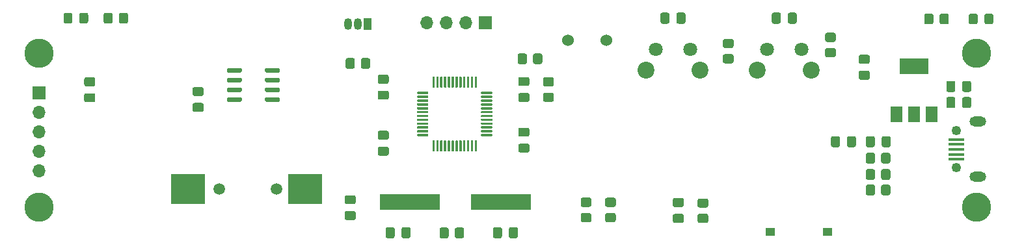
<source format=gts>
%TF.GenerationSoftware,KiCad,Pcbnew,(5.1.9)-1*%
%TF.CreationDate,2020-12-28T18:37:18+08:00*%
%TF.ProjectId,kaika_clock_main,6b61696b-615f-4636-9c6f-636b5f6d6169,rev?*%
%TF.SameCoordinates,Original*%
%TF.FileFunction,Soldermask,Top*%
%TF.FilePolarity,Negative*%
%FSLAX46Y46*%
G04 Gerber Fmt 4.6, Leading zero omitted, Abs format (unit mm)*
G04 Created by KiCad (PCBNEW (5.1.9)-1) date 2020-12-28 18:37:18*
%MOMM*%
%LPD*%
G01*
G04 APERTURE LIST*
%ADD10C,1.799996*%
%ADD11C,2.199996*%
%ADD12R,1.050000X1.500000*%
%ADD13O,1.050000X1.500000*%
%ADD14C,1.250010*%
%ADD15O,2.199996X1.299997*%
%ADD16R,1.999996X0.450012*%
%ADD17C,1.524000*%
%ADD18C,3.800000*%
%ADD19R,1.199998X0.999998*%
%ADD20R,4.499991X3.999992*%
%ADD21C,1.500022*%
%ADD22R,1.500000X2.000000*%
%ADD23R,3.800000X2.000000*%
%ADD24R,7.875000X2.000000*%
%ADD25O,1.700000X1.700000*%
%ADD26R,1.700000X1.700000*%
G04 APERTURE END LIST*
%TO.C,R13*%
G36*
G01*
X211800000Y-123349999D02*
X211800000Y-124250001D01*
G75*
G02*
X211550001Y-124500000I-249999J0D01*
G01*
X210849999Y-124500000D01*
G75*
G02*
X210600000Y-124250001I0J249999D01*
G01*
X210600000Y-123349999D01*
G75*
G02*
X210849999Y-123100000I249999J0D01*
G01*
X211550001Y-123100000D01*
G75*
G02*
X211800000Y-123349999I0J-249999D01*
G01*
G37*
G36*
G01*
X213800000Y-123349999D02*
X213800000Y-124250001D01*
G75*
G02*
X213550001Y-124500000I-249999J0D01*
G01*
X212849999Y-124500000D01*
G75*
G02*
X212600000Y-124250001I0J249999D01*
G01*
X212600000Y-123349999D01*
G75*
G02*
X212849999Y-123100000I249999J0D01*
G01*
X213550001Y-123100000D01*
G75*
G02*
X213800000Y-123349999I0J-249999D01*
G01*
G37*
%TD*%
D10*
%TO.C,SW1*%
X202250084Y-105450092D03*
X197749966Y-105450092D03*
D11*
X203500018Y-108150112D03*
X196500032Y-108150112D03*
%TD*%
%TO.C,C17*%
G36*
G01*
X143975000Y-125650000D02*
X143025000Y-125650000D01*
G75*
G02*
X142775000Y-125400000I0J250000D01*
G01*
X142775000Y-124725000D01*
G75*
G02*
X143025000Y-124475000I250000J0D01*
G01*
X143975000Y-124475000D01*
G75*
G02*
X144225000Y-124725000I0J-250000D01*
G01*
X144225000Y-125400000D01*
G75*
G02*
X143975000Y-125650000I-250000J0D01*
G01*
G37*
G36*
G01*
X143975000Y-127725000D02*
X143025000Y-127725000D01*
G75*
G02*
X142775000Y-127475000I0J250000D01*
G01*
X142775000Y-126800000D01*
G75*
G02*
X143025000Y-126550000I250000J0D01*
G01*
X143975000Y-126550000D01*
G75*
G02*
X144225000Y-126800000I0J-250000D01*
G01*
X144225000Y-127475000D01*
G75*
G02*
X143975000Y-127725000I-250000J0D01*
G01*
G37*
%TD*%
%TO.C,C16*%
G36*
G01*
X123225000Y-112450000D02*
X124175000Y-112450000D01*
G75*
G02*
X124425000Y-112700000I0J-250000D01*
G01*
X124425000Y-113375000D01*
G75*
G02*
X124175000Y-113625000I-250000J0D01*
G01*
X123225000Y-113625000D01*
G75*
G02*
X122975000Y-113375000I0J250000D01*
G01*
X122975000Y-112700000D01*
G75*
G02*
X123225000Y-112450000I250000J0D01*
G01*
G37*
G36*
G01*
X123225000Y-110375000D02*
X124175000Y-110375000D01*
G75*
G02*
X124425000Y-110625000I0J-250000D01*
G01*
X124425000Y-111300000D01*
G75*
G02*
X124175000Y-111550000I-250000J0D01*
G01*
X123225000Y-111550000D01*
G75*
G02*
X122975000Y-111300000I0J250000D01*
G01*
X122975000Y-110625000D01*
G75*
G02*
X123225000Y-110375000I250000J0D01*
G01*
G37*
%TD*%
D12*
%TO.C,U6*%
X145800000Y-102200000D03*
D13*
X143260000Y-102200000D03*
X144530000Y-102200000D03*
%TD*%
D14*
%TO.C,P1*%
X222407318Y-116069220D03*
X222407318Y-120910460D03*
D15*
X225207414Y-122099942D03*
X225207414Y-114900058D03*
D16*
X222392586Y-119810386D03*
X222392586Y-119160400D03*
X222392586Y-118510414D03*
X222392586Y-117860428D03*
X222392586Y-117210442D03*
%TD*%
%TO.C,C1*%
G36*
G01*
X223150000Y-110775000D02*
X223150000Y-109825000D01*
G75*
G02*
X223400000Y-109575000I250000J0D01*
G01*
X224075000Y-109575000D01*
G75*
G02*
X224325000Y-109825000I0J-250000D01*
G01*
X224325000Y-110775000D01*
G75*
G02*
X224075000Y-111025000I-250000J0D01*
G01*
X223400000Y-111025000D01*
G75*
G02*
X223150000Y-110775000I0J250000D01*
G01*
G37*
G36*
G01*
X221075000Y-110775000D02*
X221075000Y-109825000D01*
G75*
G02*
X221325000Y-109575000I250000J0D01*
G01*
X222000000Y-109575000D01*
G75*
G02*
X222250000Y-109825000I0J-250000D01*
G01*
X222250000Y-110775000D01*
G75*
G02*
X222000000Y-111025000I-250000J0D01*
G01*
X221325000Y-111025000D01*
G75*
G02*
X221075000Y-110775000I0J250000D01*
G01*
G37*
%TD*%
%TO.C,D2*%
G36*
G01*
X108250000Y-101850001D02*
X108250000Y-100949999D01*
G75*
G02*
X108499999Y-100700000I249999J0D01*
G01*
X109150001Y-100700000D01*
G75*
G02*
X109400000Y-100949999I0J-249999D01*
G01*
X109400000Y-101850001D01*
G75*
G02*
X109150001Y-102100000I-249999J0D01*
G01*
X108499999Y-102100000D01*
G75*
G02*
X108250000Y-101850001I0J249999D01*
G01*
G37*
G36*
G01*
X106200000Y-101850001D02*
X106200000Y-100949999D01*
G75*
G02*
X106449999Y-100700000I249999J0D01*
G01*
X107100001Y-100700000D01*
G75*
G02*
X107350000Y-100949999I0J-249999D01*
G01*
X107350000Y-101850001D01*
G75*
G02*
X107100001Y-102100000I-249999J0D01*
G01*
X106449999Y-102100000D01*
G75*
G02*
X106200000Y-101850001I0J249999D01*
G01*
G37*
%TD*%
%TO.C,R15*%
G36*
G01*
X113400000Y-101850001D02*
X113400000Y-100949999D01*
G75*
G02*
X113649999Y-100700000I249999J0D01*
G01*
X114350001Y-100700000D01*
G75*
G02*
X114600000Y-100949999I0J-249999D01*
G01*
X114600000Y-101850001D01*
G75*
G02*
X114350001Y-102100000I-249999J0D01*
G01*
X113649999Y-102100000D01*
G75*
G02*
X113400000Y-101850001I0J249999D01*
G01*
G37*
G36*
G01*
X111400000Y-101850001D02*
X111400000Y-100949999D01*
G75*
G02*
X111649999Y-100700000I249999J0D01*
G01*
X112350001Y-100700000D01*
G75*
G02*
X112600000Y-100949999I0J-249999D01*
G01*
X112600000Y-101850001D01*
G75*
G02*
X112350001Y-102100000I-249999J0D01*
G01*
X111649999Y-102100000D01*
G75*
G02*
X111400000Y-101850001I0J249999D01*
G01*
G37*
%TD*%
%TO.C,R14*%
G36*
G01*
X211800000Y-121325683D02*
X211800000Y-122225685D01*
G75*
G02*
X211550001Y-122475684I-249999J0D01*
G01*
X210849999Y-122475684D01*
G75*
G02*
X210600000Y-122225685I0J249999D01*
G01*
X210600000Y-121325683D01*
G75*
G02*
X210849999Y-121075684I249999J0D01*
G01*
X211550001Y-121075684D01*
G75*
G02*
X211800000Y-121325683I0J-249999D01*
G01*
G37*
G36*
G01*
X213800000Y-121325683D02*
X213800000Y-122225685D01*
G75*
G02*
X213550001Y-122475684I-249999J0D01*
G01*
X212849999Y-122475684D01*
G75*
G02*
X212600000Y-122225685I0J249999D01*
G01*
X212600000Y-121325683D01*
G75*
G02*
X212849999Y-121075684I249999J0D01*
G01*
X213550001Y-121075684D01*
G75*
G02*
X213800000Y-121325683I0J-249999D01*
G01*
G37*
%TD*%
%TO.C,R12*%
G36*
G01*
X211800000Y-119201369D02*
X211800000Y-120101371D01*
G75*
G02*
X211550001Y-120351370I-249999J0D01*
G01*
X210849999Y-120351370D01*
G75*
G02*
X210600000Y-120101371I0J249999D01*
G01*
X210600000Y-119201369D01*
G75*
G02*
X210849999Y-118951370I249999J0D01*
G01*
X211550001Y-118951370D01*
G75*
G02*
X211800000Y-119201369I0J-249999D01*
G01*
G37*
G36*
G01*
X213800000Y-119201369D02*
X213800000Y-120101371D01*
G75*
G02*
X213550001Y-120351370I-249999J0D01*
G01*
X212849999Y-120351370D01*
G75*
G02*
X212600000Y-120101371I0J249999D01*
G01*
X212600000Y-119201369D01*
G75*
G02*
X212849999Y-118951370I249999J0D01*
G01*
X213550001Y-118951370D01*
G75*
G02*
X213800000Y-119201369I0J-249999D01*
G01*
G37*
%TD*%
D17*
%TO.C,R6*%
X176800122Y-104300000D03*
X171800132Y-104300000D03*
%TD*%
%TO.C,R10*%
G36*
G01*
X205549999Y-105300000D02*
X206450001Y-105300000D01*
G75*
G02*
X206700000Y-105549999I0J-249999D01*
G01*
X206700000Y-106250001D01*
G75*
G02*
X206450001Y-106500000I-249999J0D01*
G01*
X205549999Y-106500000D01*
G75*
G02*
X205300000Y-106250001I0J249999D01*
G01*
X205300000Y-105549999D01*
G75*
G02*
X205549999Y-105300000I249999J0D01*
G01*
G37*
G36*
G01*
X205549999Y-103300000D02*
X206450001Y-103300000D01*
G75*
G02*
X206700000Y-103549999I0J-249999D01*
G01*
X206700000Y-104250001D01*
G75*
G02*
X206450001Y-104500000I-249999J0D01*
G01*
X205549999Y-104500000D01*
G75*
G02*
X205300000Y-104250001I0J249999D01*
G01*
X205300000Y-103549999D01*
G75*
G02*
X205549999Y-103300000I249999J0D01*
G01*
G37*
%TD*%
%TO.C,R11*%
G36*
G01*
X192249999Y-106100000D02*
X193150001Y-106100000D01*
G75*
G02*
X193400000Y-106349999I0J-249999D01*
G01*
X193400000Y-107050001D01*
G75*
G02*
X193150001Y-107300000I-249999J0D01*
G01*
X192249999Y-107300000D01*
G75*
G02*
X192000000Y-107050001I0J249999D01*
G01*
X192000000Y-106349999D01*
G75*
G02*
X192249999Y-106100000I249999J0D01*
G01*
G37*
G36*
G01*
X192249999Y-104100000D02*
X193150001Y-104100000D01*
G75*
G02*
X193400000Y-104349999I0J-249999D01*
G01*
X193400000Y-105050001D01*
G75*
G02*
X193150001Y-105300000I-249999J0D01*
G01*
X192249999Y-105300000D01*
G75*
G02*
X192000000Y-105050001I0J249999D01*
G01*
X192000000Y-104349999D01*
G75*
G02*
X192249999Y-104100000I249999J0D01*
G01*
G37*
%TD*%
%TO.C,C15*%
G36*
G01*
X185950000Y-101875000D02*
X185950000Y-100925000D01*
G75*
G02*
X186200000Y-100675000I250000J0D01*
G01*
X186875000Y-100675000D01*
G75*
G02*
X187125000Y-100925000I0J-250000D01*
G01*
X187125000Y-101875000D01*
G75*
G02*
X186875000Y-102125000I-250000J0D01*
G01*
X186200000Y-102125000D01*
G75*
G02*
X185950000Y-101875000I0J250000D01*
G01*
G37*
G36*
G01*
X183875000Y-101875000D02*
X183875000Y-100925000D01*
G75*
G02*
X184125000Y-100675000I250000J0D01*
G01*
X184800000Y-100675000D01*
G75*
G02*
X185050000Y-100925000I0J-250000D01*
G01*
X185050000Y-101875000D01*
G75*
G02*
X184800000Y-102125000I-250000J0D01*
G01*
X184125000Y-102125000D01*
G75*
G02*
X183875000Y-101875000I0J250000D01*
G01*
G37*
%TD*%
%TO.C,C14*%
G36*
G01*
X200450000Y-101875000D02*
X200450000Y-100925000D01*
G75*
G02*
X200700000Y-100675000I250000J0D01*
G01*
X201375000Y-100675000D01*
G75*
G02*
X201625000Y-100925000I0J-250000D01*
G01*
X201625000Y-101875000D01*
G75*
G02*
X201375000Y-102125000I-250000J0D01*
G01*
X200700000Y-102125000D01*
G75*
G02*
X200450000Y-101875000I0J250000D01*
G01*
G37*
G36*
G01*
X198375000Y-101875000D02*
X198375000Y-100925000D01*
G75*
G02*
X198625000Y-100675000I250000J0D01*
G01*
X199300000Y-100675000D01*
G75*
G02*
X199550000Y-100925000I0J-250000D01*
G01*
X199550000Y-101875000D01*
G75*
G02*
X199300000Y-102125000I-250000J0D01*
G01*
X198625000Y-102125000D01*
G75*
G02*
X198375000Y-101875000I0J250000D01*
G01*
G37*
%TD*%
%TO.C,R9*%
G36*
G01*
X166500000Y-106249999D02*
X166500000Y-107150001D01*
G75*
G02*
X166250001Y-107400000I-249999J0D01*
G01*
X165549999Y-107400000D01*
G75*
G02*
X165300000Y-107150001I0J249999D01*
G01*
X165300000Y-106249999D01*
G75*
G02*
X165549999Y-106000000I249999J0D01*
G01*
X166250001Y-106000000D01*
G75*
G02*
X166500000Y-106249999I0J-249999D01*
G01*
G37*
G36*
G01*
X168500000Y-106249999D02*
X168500000Y-107150001D01*
G75*
G02*
X168250001Y-107400000I-249999J0D01*
G01*
X167549999Y-107400000D01*
G75*
G02*
X167300000Y-107150001I0J249999D01*
G01*
X167300000Y-106249999D01*
G75*
G02*
X167549999Y-106000000I249999J0D01*
G01*
X168250001Y-106000000D01*
G75*
G02*
X168500000Y-106249999I0J-249999D01*
G01*
G37*
%TD*%
%TO.C,R8*%
G36*
G01*
X144100000Y-106849999D02*
X144100000Y-107750001D01*
G75*
G02*
X143850001Y-108000000I-249999J0D01*
G01*
X143149999Y-108000000D01*
G75*
G02*
X142900000Y-107750001I0J249999D01*
G01*
X142900000Y-106849999D01*
G75*
G02*
X143149999Y-106600000I249999J0D01*
G01*
X143850001Y-106600000D01*
G75*
G02*
X144100000Y-106849999I0J-249999D01*
G01*
G37*
G36*
G01*
X146100000Y-106849999D02*
X146100000Y-107750001D01*
G75*
G02*
X145850001Y-108000000I-249999J0D01*
G01*
X145149999Y-108000000D01*
G75*
G02*
X144900000Y-107750001I0J249999D01*
G01*
X144900000Y-106849999D01*
G75*
G02*
X145149999Y-106600000I249999J0D01*
G01*
X145850001Y-106600000D01*
G75*
G02*
X146100000Y-106849999I0J-249999D01*
G01*
G37*
%TD*%
%TO.C,R7*%
G36*
G01*
X168849999Y-111100000D02*
X169750001Y-111100000D01*
G75*
G02*
X170000000Y-111349999I0J-249999D01*
G01*
X170000000Y-112050001D01*
G75*
G02*
X169750001Y-112300000I-249999J0D01*
G01*
X168849999Y-112300000D01*
G75*
G02*
X168600000Y-112050001I0J249999D01*
G01*
X168600000Y-111349999D01*
G75*
G02*
X168849999Y-111100000I249999J0D01*
G01*
G37*
G36*
G01*
X168849999Y-109100000D02*
X169750001Y-109100000D01*
G75*
G02*
X170000000Y-109349999I0J-249999D01*
G01*
X170000000Y-110050001D01*
G75*
G02*
X169750001Y-110300000I-249999J0D01*
G01*
X168849999Y-110300000D01*
G75*
G02*
X168600000Y-110050001I0J249999D01*
G01*
X168600000Y-109349999D01*
G75*
G02*
X168849999Y-109100000I249999J0D01*
G01*
G37*
%TD*%
D18*
%TO.C,H4*%
X103000000Y-126000000D03*
%TD*%
%TO.C,H3*%
X225000000Y-126000000D03*
%TD*%
%TO.C,H2*%
X225000000Y-106000000D03*
%TD*%
%TO.C,H1*%
X103000000Y-106000000D03*
%TD*%
D10*
%TO.C,SW3*%
X187750084Y-105450092D03*
X183249966Y-105450092D03*
D11*
X189000018Y-108150112D03*
X182000032Y-108150112D03*
%TD*%
D19*
%TO.C,SW2*%
X205600018Y-129300000D03*
X198199982Y-129300000D03*
%TD*%
D20*
%TO.C,U5*%
X137620000Y-123700000D03*
X122380000Y-123700000D03*
D21*
X133911600Y-123700000D03*
X126418600Y-123700000D03*
%TD*%
%TO.C,C13*%
G36*
G01*
X209925000Y-108250000D02*
X210875000Y-108250000D01*
G75*
G02*
X211125000Y-108500000I0J-250000D01*
G01*
X211125000Y-109175000D01*
G75*
G02*
X210875000Y-109425000I-250000J0D01*
G01*
X209925000Y-109425000D01*
G75*
G02*
X209675000Y-109175000I0J250000D01*
G01*
X209675000Y-108500000D01*
G75*
G02*
X209925000Y-108250000I250000J0D01*
G01*
G37*
G36*
G01*
X209925000Y-106175000D02*
X210875000Y-106175000D01*
G75*
G02*
X211125000Y-106425000I0J-250000D01*
G01*
X211125000Y-107100000D01*
G75*
G02*
X210875000Y-107350000I-250000J0D01*
G01*
X209925000Y-107350000D01*
G75*
G02*
X209675000Y-107100000I0J250000D01*
G01*
X209675000Y-106425000D01*
G75*
G02*
X209925000Y-106175000I250000J0D01*
G01*
G37*
%TD*%
%TO.C,U2*%
G36*
G01*
X153600000Y-116800000D02*
X152275000Y-116800000D01*
G75*
G02*
X152200000Y-116725000I0J75000D01*
G01*
X152200000Y-116575000D01*
G75*
G02*
X152275000Y-116500000I75000J0D01*
G01*
X153600000Y-116500000D01*
G75*
G02*
X153675000Y-116575000I0J-75000D01*
G01*
X153675000Y-116725000D01*
G75*
G02*
X153600000Y-116800000I-75000J0D01*
G01*
G37*
G36*
G01*
X153600000Y-116300000D02*
X152275000Y-116300000D01*
G75*
G02*
X152200000Y-116225000I0J75000D01*
G01*
X152200000Y-116075000D01*
G75*
G02*
X152275000Y-116000000I75000J0D01*
G01*
X153600000Y-116000000D01*
G75*
G02*
X153675000Y-116075000I0J-75000D01*
G01*
X153675000Y-116225000D01*
G75*
G02*
X153600000Y-116300000I-75000J0D01*
G01*
G37*
G36*
G01*
X153600000Y-115800000D02*
X152275000Y-115800000D01*
G75*
G02*
X152200000Y-115725000I0J75000D01*
G01*
X152200000Y-115575000D01*
G75*
G02*
X152275000Y-115500000I75000J0D01*
G01*
X153600000Y-115500000D01*
G75*
G02*
X153675000Y-115575000I0J-75000D01*
G01*
X153675000Y-115725000D01*
G75*
G02*
X153600000Y-115800000I-75000J0D01*
G01*
G37*
G36*
G01*
X153600000Y-115300000D02*
X152275000Y-115300000D01*
G75*
G02*
X152200000Y-115225000I0J75000D01*
G01*
X152200000Y-115075000D01*
G75*
G02*
X152275000Y-115000000I75000J0D01*
G01*
X153600000Y-115000000D01*
G75*
G02*
X153675000Y-115075000I0J-75000D01*
G01*
X153675000Y-115225000D01*
G75*
G02*
X153600000Y-115300000I-75000J0D01*
G01*
G37*
G36*
G01*
X153600000Y-114800000D02*
X152275000Y-114800000D01*
G75*
G02*
X152200000Y-114725000I0J75000D01*
G01*
X152200000Y-114575000D01*
G75*
G02*
X152275000Y-114500000I75000J0D01*
G01*
X153600000Y-114500000D01*
G75*
G02*
X153675000Y-114575000I0J-75000D01*
G01*
X153675000Y-114725000D01*
G75*
G02*
X153600000Y-114800000I-75000J0D01*
G01*
G37*
G36*
G01*
X153600000Y-114300000D02*
X152275000Y-114300000D01*
G75*
G02*
X152200000Y-114225000I0J75000D01*
G01*
X152200000Y-114075000D01*
G75*
G02*
X152275000Y-114000000I75000J0D01*
G01*
X153600000Y-114000000D01*
G75*
G02*
X153675000Y-114075000I0J-75000D01*
G01*
X153675000Y-114225000D01*
G75*
G02*
X153600000Y-114300000I-75000J0D01*
G01*
G37*
G36*
G01*
X153600000Y-113800000D02*
X152275000Y-113800000D01*
G75*
G02*
X152200000Y-113725000I0J75000D01*
G01*
X152200000Y-113575000D01*
G75*
G02*
X152275000Y-113500000I75000J0D01*
G01*
X153600000Y-113500000D01*
G75*
G02*
X153675000Y-113575000I0J-75000D01*
G01*
X153675000Y-113725000D01*
G75*
G02*
X153600000Y-113800000I-75000J0D01*
G01*
G37*
G36*
G01*
X153600000Y-113300000D02*
X152275000Y-113300000D01*
G75*
G02*
X152200000Y-113225000I0J75000D01*
G01*
X152200000Y-113075000D01*
G75*
G02*
X152275000Y-113000000I75000J0D01*
G01*
X153600000Y-113000000D01*
G75*
G02*
X153675000Y-113075000I0J-75000D01*
G01*
X153675000Y-113225000D01*
G75*
G02*
X153600000Y-113300000I-75000J0D01*
G01*
G37*
G36*
G01*
X153600000Y-112800000D02*
X152275000Y-112800000D01*
G75*
G02*
X152200000Y-112725000I0J75000D01*
G01*
X152200000Y-112575000D01*
G75*
G02*
X152275000Y-112500000I75000J0D01*
G01*
X153600000Y-112500000D01*
G75*
G02*
X153675000Y-112575000I0J-75000D01*
G01*
X153675000Y-112725000D01*
G75*
G02*
X153600000Y-112800000I-75000J0D01*
G01*
G37*
G36*
G01*
X153600000Y-112300000D02*
X152275000Y-112300000D01*
G75*
G02*
X152200000Y-112225000I0J75000D01*
G01*
X152200000Y-112075000D01*
G75*
G02*
X152275000Y-112000000I75000J0D01*
G01*
X153600000Y-112000000D01*
G75*
G02*
X153675000Y-112075000I0J-75000D01*
G01*
X153675000Y-112225000D01*
G75*
G02*
X153600000Y-112300000I-75000J0D01*
G01*
G37*
G36*
G01*
X153600000Y-111800000D02*
X152275000Y-111800000D01*
G75*
G02*
X152200000Y-111725000I0J75000D01*
G01*
X152200000Y-111575000D01*
G75*
G02*
X152275000Y-111500000I75000J0D01*
G01*
X153600000Y-111500000D01*
G75*
G02*
X153675000Y-111575000I0J-75000D01*
G01*
X153675000Y-111725000D01*
G75*
G02*
X153600000Y-111800000I-75000J0D01*
G01*
G37*
G36*
G01*
X153600000Y-111300000D02*
X152275000Y-111300000D01*
G75*
G02*
X152200000Y-111225000I0J75000D01*
G01*
X152200000Y-111075000D01*
G75*
G02*
X152275000Y-111000000I75000J0D01*
G01*
X153600000Y-111000000D01*
G75*
G02*
X153675000Y-111075000I0J-75000D01*
G01*
X153675000Y-111225000D01*
G75*
G02*
X153600000Y-111300000I-75000J0D01*
G01*
G37*
G36*
G01*
X154425000Y-110475000D02*
X154275000Y-110475000D01*
G75*
G02*
X154200000Y-110400000I0J75000D01*
G01*
X154200000Y-109075000D01*
G75*
G02*
X154275000Y-109000000I75000J0D01*
G01*
X154425000Y-109000000D01*
G75*
G02*
X154500000Y-109075000I0J-75000D01*
G01*
X154500000Y-110400000D01*
G75*
G02*
X154425000Y-110475000I-75000J0D01*
G01*
G37*
G36*
G01*
X154925000Y-110475000D02*
X154775000Y-110475000D01*
G75*
G02*
X154700000Y-110400000I0J75000D01*
G01*
X154700000Y-109075000D01*
G75*
G02*
X154775000Y-109000000I75000J0D01*
G01*
X154925000Y-109000000D01*
G75*
G02*
X155000000Y-109075000I0J-75000D01*
G01*
X155000000Y-110400000D01*
G75*
G02*
X154925000Y-110475000I-75000J0D01*
G01*
G37*
G36*
G01*
X155425000Y-110475000D02*
X155275000Y-110475000D01*
G75*
G02*
X155200000Y-110400000I0J75000D01*
G01*
X155200000Y-109075000D01*
G75*
G02*
X155275000Y-109000000I75000J0D01*
G01*
X155425000Y-109000000D01*
G75*
G02*
X155500000Y-109075000I0J-75000D01*
G01*
X155500000Y-110400000D01*
G75*
G02*
X155425000Y-110475000I-75000J0D01*
G01*
G37*
G36*
G01*
X155925000Y-110475000D02*
X155775000Y-110475000D01*
G75*
G02*
X155700000Y-110400000I0J75000D01*
G01*
X155700000Y-109075000D01*
G75*
G02*
X155775000Y-109000000I75000J0D01*
G01*
X155925000Y-109000000D01*
G75*
G02*
X156000000Y-109075000I0J-75000D01*
G01*
X156000000Y-110400000D01*
G75*
G02*
X155925000Y-110475000I-75000J0D01*
G01*
G37*
G36*
G01*
X156425000Y-110475000D02*
X156275000Y-110475000D01*
G75*
G02*
X156200000Y-110400000I0J75000D01*
G01*
X156200000Y-109075000D01*
G75*
G02*
X156275000Y-109000000I75000J0D01*
G01*
X156425000Y-109000000D01*
G75*
G02*
X156500000Y-109075000I0J-75000D01*
G01*
X156500000Y-110400000D01*
G75*
G02*
X156425000Y-110475000I-75000J0D01*
G01*
G37*
G36*
G01*
X156925000Y-110475000D02*
X156775000Y-110475000D01*
G75*
G02*
X156700000Y-110400000I0J75000D01*
G01*
X156700000Y-109075000D01*
G75*
G02*
X156775000Y-109000000I75000J0D01*
G01*
X156925000Y-109000000D01*
G75*
G02*
X157000000Y-109075000I0J-75000D01*
G01*
X157000000Y-110400000D01*
G75*
G02*
X156925000Y-110475000I-75000J0D01*
G01*
G37*
G36*
G01*
X157425000Y-110475000D02*
X157275000Y-110475000D01*
G75*
G02*
X157200000Y-110400000I0J75000D01*
G01*
X157200000Y-109075000D01*
G75*
G02*
X157275000Y-109000000I75000J0D01*
G01*
X157425000Y-109000000D01*
G75*
G02*
X157500000Y-109075000I0J-75000D01*
G01*
X157500000Y-110400000D01*
G75*
G02*
X157425000Y-110475000I-75000J0D01*
G01*
G37*
G36*
G01*
X157925000Y-110475000D02*
X157775000Y-110475000D01*
G75*
G02*
X157700000Y-110400000I0J75000D01*
G01*
X157700000Y-109075000D01*
G75*
G02*
X157775000Y-109000000I75000J0D01*
G01*
X157925000Y-109000000D01*
G75*
G02*
X158000000Y-109075000I0J-75000D01*
G01*
X158000000Y-110400000D01*
G75*
G02*
X157925000Y-110475000I-75000J0D01*
G01*
G37*
G36*
G01*
X158425000Y-110475000D02*
X158275000Y-110475000D01*
G75*
G02*
X158200000Y-110400000I0J75000D01*
G01*
X158200000Y-109075000D01*
G75*
G02*
X158275000Y-109000000I75000J0D01*
G01*
X158425000Y-109000000D01*
G75*
G02*
X158500000Y-109075000I0J-75000D01*
G01*
X158500000Y-110400000D01*
G75*
G02*
X158425000Y-110475000I-75000J0D01*
G01*
G37*
G36*
G01*
X158925000Y-110475000D02*
X158775000Y-110475000D01*
G75*
G02*
X158700000Y-110400000I0J75000D01*
G01*
X158700000Y-109075000D01*
G75*
G02*
X158775000Y-109000000I75000J0D01*
G01*
X158925000Y-109000000D01*
G75*
G02*
X159000000Y-109075000I0J-75000D01*
G01*
X159000000Y-110400000D01*
G75*
G02*
X158925000Y-110475000I-75000J0D01*
G01*
G37*
G36*
G01*
X159425000Y-110475000D02*
X159275000Y-110475000D01*
G75*
G02*
X159200000Y-110400000I0J75000D01*
G01*
X159200000Y-109075000D01*
G75*
G02*
X159275000Y-109000000I75000J0D01*
G01*
X159425000Y-109000000D01*
G75*
G02*
X159500000Y-109075000I0J-75000D01*
G01*
X159500000Y-110400000D01*
G75*
G02*
X159425000Y-110475000I-75000J0D01*
G01*
G37*
G36*
G01*
X159925000Y-110475000D02*
X159775000Y-110475000D01*
G75*
G02*
X159700000Y-110400000I0J75000D01*
G01*
X159700000Y-109075000D01*
G75*
G02*
X159775000Y-109000000I75000J0D01*
G01*
X159925000Y-109000000D01*
G75*
G02*
X160000000Y-109075000I0J-75000D01*
G01*
X160000000Y-110400000D01*
G75*
G02*
X159925000Y-110475000I-75000J0D01*
G01*
G37*
G36*
G01*
X161925000Y-111300000D02*
X160600000Y-111300000D01*
G75*
G02*
X160525000Y-111225000I0J75000D01*
G01*
X160525000Y-111075000D01*
G75*
G02*
X160600000Y-111000000I75000J0D01*
G01*
X161925000Y-111000000D01*
G75*
G02*
X162000000Y-111075000I0J-75000D01*
G01*
X162000000Y-111225000D01*
G75*
G02*
X161925000Y-111300000I-75000J0D01*
G01*
G37*
G36*
G01*
X161925000Y-111800000D02*
X160600000Y-111800000D01*
G75*
G02*
X160525000Y-111725000I0J75000D01*
G01*
X160525000Y-111575000D01*
G75*
G02*
X160600000Y-111500000I75000J0D01*
G01*
X161925000Y-111500000D01*
G75*
G02*
X162000000Y-111575000I0J-75000D01*
G01*
X162000000Y-111725000D01*
G75*
G02*
X161925000Y-111800000I-75000J0D01*
G01*
G37*
G36*
G01*
X161925000Y-112300000D02*
X160600000Y-112300000D01*
G75*
G02*
X160525000Y-112225000I0J75000D01*
G01*
X160525000Y-112075000D01*
G75*
G02*
X160600000Y-112000000I75000J0D01*
G01*
X161925000Y-112000000D01*
G75*
G02*
X162000000Y-112075000I0J-75000D01*
G01*
X162000000Y-112225000D01*
G75*
G02*
X161925000Y-112300000I-75000J0D01*
G01*
G37*
G36*
G01*
X161925000Y-112800000D02*
X160600000Y-112800000D01*
G75*
G02*
X160525000Y-112725000I0J75000D01*
G01*
X160525000Y-112575000D01*
G75*
G02*
X160600000Y-112500000I75000J0D01*
G01*
X161925000Y-112500000D01*
G75*
G02*
X162000000Y-112575000I0J-75000D01*
G01*
X162000000Y-112725000D01*
G75*
G02*
X161925000Y-112800000I-75000J0D01*
G01*
G37*
G36*
G01*
X161925000Y-113300000D02*
X160600000Y-113300000D01*
G75*
G02*
X160525000Y-113225000I0J75000D01*
G01*
X160525000Y-113075000D01*
G75*
G02*
X160600000Y-113000000I75000J0D01*
G01*
X161925000Y-113000000D01*
G75*
G02*
X162000000Y-113075000I0J-75000D01*
G01*
X162000000Y-113225000D01*
G75*
G02*
X161925000Y-113300000I-75000J0D01*
G01*
G37*
G36*
G01*
X161925000Y-113800000D02*
X160600000Y-113800000D01*
G75*
G02*
X160525000Y-113725000I0J75000D01*
G01*
X160525000Y-113575000D01*
G75*
G02*
X160600000Y-113500000I75000J0D01*
G01*
X161925000Y-113500000D01*
G75*
G02*
X162000000Y-113575000I0J-75000D01*
G01*
X162000000Y-113725000D01*
G75*
G02*
X161925000Y-113800000I-75000J0D01*
G01*
G37*
G36*
G01*
X161925000Y-114300000D02*
X160600000Y-114300000D01*
G75*
G02*
X160525000Y-114225000I0J75000D01*
G01*
X160525000Y-114075000D01*
G75*
G02*
X160600000Y-114000000I75000J0D01*
G01*
X161925000Y-114000000D01*
G75*
G02*
X162000000Y-114075000I0J-75000D01*
G01*
X162000000Y-114225000D01*
G75*
G02*
X161925000Y-114300000I-75000J0D01*
G01*
G37*
G36*
G01*
X161925000Y-114800000D02*
X160600000Y-114800000D01*
G75*
G02*
X160525000Y-114725000I0J75000D01*
G01*
X160525000Y-114575000D01*
G75*
G02*
X160600000Y-114500000I75000J0D01*
G01*
X161925000Y-114500000D01*
G75*
G02*
X162000000Y-114575000I0J-75000D01*
G01*
X162000000Y-114725000D01*
G75*
G02*
X161925000Y-114800000I-75000J0D01*
G01*
G37*
G36*
G01*
X161925000Y-115300000D02*
X160600000Y-115300000D01*
G75*
G02*
X160525000Y-115225000I0J75000D01*
G01*
X160525000Y-115075000D01*
G75*
G02*
X160600000Y-115000000I75000J0D01*
G01*
X161925000Y-115000000D01*
G75*
G02*
X162000000Y-115075000I0J-75000D01*
G01*
X162000000Y-115225000D01*
G75*
G02*
X161925000Y-115300000I-75000J0D01*
G01*
G37*
G36*
G01*
X161925000Y-115800000D02*
X160600000Y-115800000D01*
G75*
G02*
X160525000Y-115725000I0J75000D01*
G01*
X160525000Y-115575000D01*
G75*
G02*
X160600000Y-115500000I75000J0D01*
G01*
X161925000Y-115500000D01*
G75*
G02*
X162000000Y-115575000I0J-75000D01*
G01*
X162000000Y-115725000D01*
G75*
G02*
X161925000Y-115800000I-75000J0D01*
G01*
G37*
G36*
G01*
X161925000Y-116300000D02*
X160600000Y-116300000D01*
G75*
G02*
X160525000Y-116225000I0J75000D01*
G01*
X160525000Y-116075000D01*
G75*
G02*
X160600000Y-116000000I75000J0D01*
G01*
X161925000Y-116000000D01*
G75*
G02*
X162000000Y-116075000I0J-75000D01*
G01*
X162000000Y-116225000D01*
G75*
G02*
X161925000Y-116300000I-75000J0D01*
G01*
G37*
G36*
G01*
X161925000Y-116800000D02*
X160600000Y-116800000D01*
G75*
G02*
X160525000Y-116725000I0J75000D01*
G01*
X160525000Y-116575000D01*
G75*
G02*
X160600000Y-116500000I75000J0D01*
G01*
X161925000Y-116500000D01*
G75*
G02*
X162000000Y-116575000I0J-75000D01*
G01*
X162000000Y-116725000D01*
G75*
G02*
X161925000Y-116800000I-75000J0D01*
G01*
G37*
G36*
G01*
X159925000Y-118800000D02*
X159775000Y-118800000D01*
G75*
G02*
X159700000Y-118725000I0J75000D01*
G01*
X159700000Y-117400000D01*
G75*
G02*
X159775000Y-117325000I75000J0D01*
G01*
X159925000Y-117325000D01*
G75*
G02*
X160000000Y-117400000I0J-75000D01*
G01*
X160000000Y-118725000D01*
G75*
G02*
X159925000Y-118800000I-75000J0D01*
G01*
G37*
G36*
G01*
X159425000Y-118800000D02*
X159275000Y-118800000D01*
G75*
G02*
X159200000Y-118725000I0J75000D01*
G01*
X159200000Y-117400000D01*
G75*
G02*
X159275000Y-117325000I75000J0D01*
G01*
X159425000Y-117325000D01*
G75*
G02*
X159500000Y-117400000I0J-75000D01*
G01*
X159500000Y-118725000D01*
G75*
G02*
X159425000Y-118800000I-75000J0D01*
G01*
G37*
G36*
G01*
X158925000Y-118800000D02*
X158775000Y-118800000D01*
G75*
G02*
X158700000Y-118725000I0J75000D01*
G01*
X158700000Y-117400000D01*
G75*
G02*
X158775000Y-117325000I75000J0D01*
G01*
X158925000Y-117325000D01*
G75*
G02*
X159000000Y-117400000I0J-75000D01*
G01*
X159000000Y-118725000D01*
G75*
G02*
X158925000Y-118800000I-75000J0D01*
G01*
G37*
G36*
G01*
X158425000Y-118800000D02*
X158275000Y-118800000D01*
G75*
G02*
X158200000Y-118725000I0J75000D01*
G01*
X158200000Y-117400000D01*
G75*
G02*
X158275000Y-117325000I75000J0D01*
G01*
X158425000Y-117325000D01*
G75*
G02*
X158500000Y-117400000I0J-75000D01*
G01*
X158500000Y-118725000D01*
G75*
G02*
X158425000Y-118800000I-75000J0D01*
G01*
G37*
G36*
G01*
X157925000Y-118800000D02*
X157775000Y-118800000D01*
G75*
G02*
X157700000Y-118725000I0J75000D01*
G01*
X157700000Y-117400000D01*
G75*
G02*
X157775000Y-117325000I75000J0D01*
G01*
X157925000Y-117325000D01*
G75*
G02*
X158000000Y-117400000I0J-75000D01*
G01*
X158000000Y-118725000D01*
G75*
G02*
X157925000Y-118800000I-75000J0D01*
G01*
G37*
G36*
G01*
X157425000Y-118800000D02*
X157275000Y-118800000D01*
G75*
G02*
X157200000Y-118725000I0J75000D01*
G01*
X157200000Y-117400000D01*
G75*
G02*
X157275000Y-117325000I75000J0D01*
G01*
X157425000Y-117325000D01*
G75*
G02*
X157500000Y-117400000I0J-75000D01*
G01*
X157500000Y-118725000D01*
G75*
G02*
X157425000Y-118800000I-75000J0D01*
G01*
G37*
G36*
G01*
X156925000Y-118800000D02*
X156775000Y-118800000D01*
G75*
G02*
X156700000Y-118725000I0J75000D01*
G01*
X156700000Y-117400000D01*
G75*
G02*
X156775000Y-117325000I75000J0D01*
G01*
X156925000Y-117325000D01*
G75*
G02*
X157000000Y-117400000I0J-75000D01*
G01*
X157000000Y-118725000D01*
G75*
G02*
X156925000Y-118800000I-75000J0D01*
G01*
G37*
G36*
G01*
X156425000Y-118800000D02*
X156275000Y-118800000D01*
G75*
G02*
X156200000Y-118725000I0J75000D01*
G01*
X156200000Y-117400000D01*
G75*
G02*
X156275000Y-117325000I75000J0D01*
G01*
X156425000Y-117325000D01*
G75*
G02*
X156500000Y-117400000I0J-75000D01*
G01*
X156500000Y-118725000D01*
G75*
G02*
X156425000Y-118800000I-75000J0D01*
G01*
G37*
G36*
G01*
X155925000Y-118800000D02*
X155775000Y-118800000D01*
G75*
G02*
X155700000Y-118725000I0J75000D01*
G01*
X155700000Y-117400000D01*
G75*
G02*
X155775000Y-117325000I75000J0D01*
G01*
X155925000Y-117325000D01*
G75*
G02*
X156000000Y-117400000I0J-75000D01*
G01*
X156000000Y-118725000D01*
G75*
G02*
X155925000Y-118800000I-75000J0D01*
G01*
G37*
G36*
G01*
X155425000Y-118800000D02*
X155275000Y-118800000D01*
G75*
G02*
X155200000Y-118725000I0J75000D01*
G01*
X155200000Y-117400000D01*
G75*
G02*
X155275000Y-117325000I75000J0D01*
G01*
X155425000Y-117325000D01*
G75*
G02*
X155500000Y-117400000I0J-75000D01*
G01*
X155500000Y-118725000D01*
G75*
G02*
X155425000Y-118800000I-75000J0D01*
G01*
G37*
G36*
G01*
X154925000Y-118800000D02*
X154775000Y-118800000D01*
G75*
G02*
X154700000Y-118725000I0J75000D01*
G01*
X154700000Y-117400000D01*
G75*
G02*
X154775000Y-117325000I75000J0D01*
G01*
X154925000Y-117325000D01*
G75*
G02*
X155000000Y-117400000I0J-75000D01*
G01*
X155000000Y-118725000D01*
G75*
G02*
X154925000Y-118800000I-75000J0D01*
G01*
G37*
G36*
G01*
X154425000Y-118800000D02*
X154275000Y-118800000D01*
G75*
G02*
X154200000Y-118725000I0J75000D01*
G01*
X154200000Y-117400000D01*
G75*
G02*
X154275000Y-117325000I75000J0D01*
G01*
X154425000Y-117325000D01*
G75*
G02*
X154500000Y-117400000I0J-75000D01*
G01*
X154500000Y-118725000D01*
G75*
G02*
X154425000Y-118800000I-75000J0D01*
G01*
G37*
%TD*%
D22*
%TO.C,U1*%
X214600000Y-113950000D03*
X219200000Y-113950000D03*
X216900000Y-113950000D03*
D23*
X216900000Y-107650000D03*
%TD*%
%TO.C,C9*%
G36*
G01*
X147325000Y-110850000D02*
X148275000Y-110850000D01*
G75*
G02*
X148525000Y-111100000I0J-250000D01*
G01*
X148525000Y-111775000D01*
G75*
G02*
X148275000Y-112025000I-250000J0D01*
G01*
X147325000Y-112025000D01*
G75*
G02*
X147075000Y-111775000I0J250000D01*
G01*
X147075000Y-111100000D01*
G75*
G02*
X147325000Y-110850000I250000J0D01*
G01*
G37*
G36*
G01*
X147325000Y-108775000D02*
X148275000Y-108775000D01*
G75*
G02*
X148525000Y-109025000I0J-250000D01*
G01*
X148525000Y-109700000D01*
G75*
G02*
X148275000Y-109950000I-250000J0D01*
G01*
X147325000Y-109950000D01*
G75*
G02*
X147075000Y-109700000I0J250000D01*
G01*
X147075000Y-109025000D01*
G75*
G02*
X147325000Y-108775000I250000J0D01*
G01*
G37*
%TD*%
%TO.C,C6*%
G36*
G01*
X213855000Y-117022056D02*
X213855000Y-117972056D01*
G75*
G02*
X213605000Y-118222056I-250000J0D01*
G01*
X212930000Y-118222056D01*
G75*
G02*
X212680000Y-117972056I0J250000D01*
G01*
X212680000Y-117022056D01*
G75*
G02*
X212930000Y-116772056I250000J0D01*
G01*
X213605000Y-116772056D01*
G75*
G02*
X213855000Y-117022056I0J-250000D01*
G01*
G37*
G36*
G01*
X211780000Y-117022056D02*
X211780000Y-117972056D01*
G75*
G02*
X211530000Y-118222056I-250000J0D01*
G01*
X210855000Y-118222056D01*
G75*
G02*
X210605000Y-117972056I0J250000D01*
G01*
X210605000Y-117022056D01*
G75*
G02*
X210855000Y-116772056I250000J0D01*
G01*
X211530000Y-116772056D01*
G75*
G02*
X211780000Y-117022056I0J-250000D01*
G01*
G37*
%TD*%
D24*
%TO.C,Y1*%
X151262500Y-125400000D03*
X163137500Y-125400000D03*
%TD*%
%TO.C,U3*%
G36*
G01*
X132400000Y-108345000D02*
X132400000Y-108045000D01*
G75*
G02*
X132550000Y-107895000I150000J0D01*
G01*
X134200000Y-107895000D01*
G75*
G02*
X134350000Y-108045000I0J-150000D01*
G01*
X134350000Y-108345000D01*
G75*
G02*
X134200000Y-108495000I-150000J0D01*
G01*
X132550000Y-108495000D01*
G75*
G02*
X132400000Y-108345000I0J150000D01*
G01*
G37*
G36*
G01*
X132400000Y-109615000D02*
X132400000Y-109315000D01*
G75*
G02*
X132550000Y-109165000I150000J0D01*
G01*
X134200000Y-109165000D01*
G75*
G02*
X134350000Y-109315000I0J-150000D01*
G01*
X134350000Y-109615000D01*
G75*
G02*
X134200000Y-109765000I-150000J0D01*
G01*
X132550000Y-109765000D01*
G75*
G02*
X132400000Y-109615000I0J150000D01*
G01*
G37*
G36*
G01*
X132400000Y-110885000D02*
X132400000Y-110585000D01*
G75*
G02*
X132550000Y-110435000I150000J0D01*
G01*
X134200000Y-110435000D01*
G75*
G02*
X134350000Y-110585000I0J-150000D01*
G01*
X134350000Y-110885000D01*
G75*
G02*
X134200000Y-111035000I-150000J0D01*
G01*
X132550000Y-111035000D01*
G75*
G02*
X132400000Y-110885000I0J150000D01*
G01*
G37*
G36*
G01*
X132400000Y-112155000D02*
X132400000Y-111855000D01*
G75*
G02*
X132550000Y-111705000I150000J0D01*
G01*
X134200000Y-111705000D01*
G75*
G02*
X134350000Y-111855000I0J-150000D01*
G01*
X134350000Y-112155000D01*
G75*
G02*
X134200000Y-112305000I-150000J0D01*
G01*
X132550000Y-112305000D01*
G75*
G02*
X132400000Y-112155000I0J150000D01*
G01*
G37*
G36*
G01*
X127450000Y-112155000D02*
X127450000Y-111855000D01*
G75*
G02*
X127600000Y-111705000I150000J0D01*
G01*
X129250000Y-111705000D01*
G75*
G02*
X129400000Y-111855000I0J-150000D01*
G01*
X129400000Y-112155000D01*
G75*
G02*
X129250000Y-112305000I-150000J0D01*
G01*
X127600000Y-112305000D01*
G75*
G02*
X127450000Y-112155000I0J150000D01*
G01*
G37*
G36*
G01*
X127450000Y-110885000D02*
X127450000Y-110585000D01*
G75*
G02*
X127600000Y-110435000I150000J0D01*
G01*
X129250000Y-110435000D01*
G75*
G02*
X129400000Y-110585000I0J-150000D01*
G01*
X129400000Y-110885000D01*
G75*
G02*
X129250000Y-111035000I-150000J0D01*
G01*
X127600000Y-111035000D01*
G75*
G02*
X127450000Y-110885000I0J150000D01*
G01*
G37*
G36*
G01*
X127450000Y-109615000D02*
X127450000Y-109315000D01*
G75*
G02*
X127600000Y-109165000I150000J0D01*
G01*
X129250000Y-109165000D01*
G75*
G02*
X129400000Y-109315000I0J-150000D01*
G01*
X129400000Y-109615000D01*
G75*
G02*
X129250000Y-109765000I-150000J0D01*
G01*
X127600000Y-109765000D01*
G75*
G02*
X127450000Y-109615000I0J150000D01*
G01*
G37*
G36*
G01*
X127450000Y-108345000D02*
X127450000Y-108045000D01*
G75*
G02*
X127600000Y-107895000I150000J0D01*
G01*
X129250000Y-107895000D01*
G75*
G02*
X129400000Y-108045000I0J-150000D01*
G01*
X129400000Y-108345000D01*
G75*
G02*
X129250000Y-108495000I-150000J0D01*
G01*
X127600000Y-108495000D01*
G75*
G02*
X127450000Y-108345000I0J150000D01*
G01*
G37*
%TD*%
%TO.C,R5*%
G36*
G01*
X177820001Y-126000000D02*
X176919999Y-126000000D01*
G75*
G02*
X176670000Y-125750001I0J249999D01*
G01*
X176670000Y-125049999D01*
G75*
G02*
X176919999Y-124800000I249999J0D01*
G01*
X177820001Y-124800000D01*
G75*
G02*
X178070000Y-125049999I0J-249999D01*
G01*
X178070000Y-125750001D01*
G75*
G02*
X177820001Y-126000000I-249999J0D01*
G01*
G37*
G36*
G01*
X177820001Y-128000000D02*
X176919999Y-128000000D01*
G75*
G02*
X176670000Y-127750001I0J249999D01*
G01*
X176670000Y-127049999D01*
G75*
G02*
X176919999Y-126800000I249999J0D01*
G01*
X177820001Y-126800000D01*
G75*
G02*
X178070000Y-127049999I0J-249999D01*
G01*
X178070000Y-127750001D01*
G75*
G02*
X177820001Y-128000000I-249999J0D01*
G01*
G37*
%TD*%
%TO.C,R4*%
G36*
G01*
X157120000Y-129850001D02*
X157120000Y-128949999D01*
G75*
G02*
X157369999Y-128700000I249999J0D01*
G01*
X158070001Y-128700000D01*
G75*
G02*
X158320000Y-128949999I0J-249999D01*
G01*
X158320000Y-129850001D01*
G75*
G02*
X158070001Y-130100000I-249999J0D01*
G01*
X157369999Y-130100000D01*
G75*
G02*
X157120000Y-129850001I0J249999D01*
G01*
G37*
G36*
G01*
X155120000Y-129850001D02*
X155120000Y-128949999D01*
G75*
G02*
X155369999Y-128700000I249999J0D01*
G01*
X156070001Y-128700000D01*
G75*
G02*
X156320000Y-128949999I0J-249999D01*
G01*
X156320000Y-129850001D01*
G75*
G02*
X156070001Y-130100000I-249999J0D01*
G01*
X155369999Y-130100000D01*
G75*
G02*
X155120000Y-129850001I0J249999D01*
G01*
G37*
%TD*%
%TO.C,R3*%
G36*
G01*
X174645001Y-126000000D02*
X173744999Y-126000000D01*
G75*
G02*
X173495000Y-125750001I0J249999D01*
G01*
X173495000Y-125049999D01*
G75*
G02*
X173744999Y-124800000I249999J0D01*
G01*
X174645001Y-124800000D01*
G75*
G02*
X174895000Y-125049999I0J-249999D01*
G01*
X174895000Y-125750001D01*
G75*
G02*
X174645001Y-126000000I-249999J0D01*
G01*
G37*
G36*
G01*
X174645001Y-128000000D02*
X173744999Y-128000000D01*
G75*
G02*
X173495000Y-127750001I0J249999D01*
G01*
X173495000Y-127049999D01*
G75*
G02*
X173744999Y-126800000I249999J0D01*
G01*
X174645001Y-126800000D01*
G75*
G02*
X174895000Y-127049999I0J-249999D01*
G01*
X174895000Y-127750001D01*
G75*
G02*
X174645001Y-128000000I-249999J0D01*
G01*
G37*
%TD*%
%TO.C,R2*%
G36*
G01*
X188949999Y-126900000D02*
X189850001Y-126900000D01*
G75*
G02*
X190100000Y-127149999I0J-249999D01*
G01*
X190100000Y-127850001D01*
G75*
G02*
X189850001Y-128100000I-249999J0D01*
G01*
X188949999Y-128100000D01*
G75*
G02*
X188700000Y-127850001I0J249999D01*
G01*
X188700000Y-127149999D01*
G75*
G02*
X188949999Y-126900000I249999J0D01*
G01*
G37*
G36*
G01*
X188949999Y-124900000D02*
X189850001Y-124900000D01*
G75*
G02*
X190100000Y-125149999I0J-249999D01*
G01*
X190100000Y-125850001D01*
G75*
G02*
X189850001Y-126100000I-249999J0D01*
G01*
X188949999Y-126100000D01*
G75*
G02*
X188700000Y-125850001I0J249999D01*
G01*
X188700000Y-125149999D01*
G75*
G02*
X188949999Y-124900000I249999J0D01*
G01*
G37*
%TD*%
%TO.C,R1*%
G36*
G01*
X219400000Y-101049999D02*
X219400000Y-101950001D01*
G75*
G02*
X219150001Y-102200000I-249999J0D01*
G01*
X218449999Y-102200000D01*
G75*
G02*
X218200000Y-101950001I0J249999D01*
G01*
X218200000Y-101049999D01*
G75*
G02*
X218449999Y-100800000I249999J0D01*
G01*
X219150001Y-100800000D01*
G75*
G02*
X219400000Y-101049999I0J-249999D01*
G01*
G37*
G36*
G01*
X221400000Y-101049999D02*
X221400000Y-101950001D01*
G75*
G02*
X221150001Y-102200000I-249999J0D01*
G01*
X220449999Y-102200000D01*
G75*
G02*
X220200000Y-101950001I0J249999D01*
G01*
X220200000Y-101049999D01*
G75*
G02*
X220449999Y-100800000I249999J0D01*
G01*
X221150001Y-100800000D01*
G75*
G02*
X221400000Y-101049999I0J-249999D01*
G01*
G37*
%TD*%
D25*
%TO.C,J6*%
X103000000Y-121260000D03*
X103000000Y-118720000D03*
X103000000Y-116180000D03*
X103000000Y-113640000D03*
D26*
X103000000Y-111100000D03*
%TD*%
D25*
%TO.C,J1*%
X153480000Y-102000000D03*
X156020000Y-102000000D03*
X158560000Y-102000000D03*
D26*
X161100000Y-102000000D03*
%TD*%
%TO.C,D1*%
G36*
G01*
X225150000Y-101049999D02*
X225150000Y-101950001D01*
G75*
G02*
X224900001Y-102200000I-249999J0D01*
G01*
X224249999Y-102200000D01*
G75*
G02*
X224000000Y-101950001I0J249999D01*
G01*
X224000000Y-101049999D01*
G75*
G02*
X224249999Y-100800000I249999J0D01*
G01*
X224900001Y-100800000D01*
G75*
G02*
X225150000Y-101049999I0J-249999D01*
G01*
G37*
G36*
G01*
X227200000Y-101049999D02*
X227200000Y-101950001D01*
G75*
G02*
X226950001Y-102200000I-249999J0D01*
G01*
X226299999Y-102200000D01*
G75*
G02*
X226050000Y-101950001I0J249999D01*
G01*
X226050000Y-101049999D01*
G75*
G02*
X226299999Y-100800000I249999J0D01*
G01*
X226950001Y-100800000D01*
G75*
G02*
X227200000Y-101049999I0J-249999D01*
G01*
G37*
%TD*%
%TO.C,C12*%
G36*
G01*
X163255000Y-128895000D02*
X163255000Y-129845000D01*
G75*
G02*
X163005000Y-130095000I-250000J0D01*
G01*
X162330000Y-130095000D01*
G75*
G02*
X162080000Y-129845000I0J250000D01*
G01*
X162080000Y-128895000D01*
G75*
G02*
X162330000Y-128645000I250000J0D01*
G01*
X163005000Y-128645000D01*
G75*
G02*
X163255000Y-128895000I0J-250000D01*
G01*
G37*
G36*
G01*
X165330000Y-128895000D02*
X165330000Y-129845000D01*
G75*
G02*
X165080000Y-130095000I-250000J0D01*
G01*
X164405000Y-130095000D01*
G75*
G02*
X164155000Y-129845000I0J250000D01*
G01*
X164155000Y-128895000D01*
G75*
G02*
X164405000Y-128645000I250000J0D01*
G01*
X165080000Y-128645000D01*
G75*
G02*
X165330000Y-128895000I0J-250000D01*
G01*
G37*
%TD*%
%TO.C,C11*%
G36*
G01*
X150185000Y-129845000D02*
X150185000Y-128895000D01*
G75*
G02*
X150435000Y-128645000I250000J0D01*
G01*
X151110000Y-128645000D01*
G75*
G02*
X151360000Y-128895000I0J-250000D01*
G01*
X151360000Y-129845000D01*
G75*
G02*
X151110000Y-130095000I-250000J0D01*
G01*
X150435000Y-130095000D01*
G75*
G02*
X150185000Y-129845000I0J250000D01*
G01*
G37*
G36*
G01*
X148110000Y-129845000D02*
X148110000Y-128895000D01*
G75*
G02*
X148360000Y-128645000I250000J0D01*
G01*
X149035000Y-128645000D01*
G75*
G02*
X149285000Y-128895000I0J-250000D01*
G01*
X149285000Y-129845000D01*
G75*
G02*
X149035000Y-130095000I-250000J0D01*
G01*
X148360000Y-130095000D01*
G75*
G02*
X148110000Y-129845000I0J250000D01*
G01*
G37*
%TD*%
%TO.C,C10*%
G36*
G01*
X185725000Y-126920000D02*
X186675000Y-126920000D01*
G75*
G02*
X186925000Y-127170000I0J-250000D01*
G01*
X186925000Y-127845000D01*
G75*
G02*
X186675000Y-128095000I-250000J0D01*
G01*
X185725000Y-128095000D01*
G75*
G02*
X185475000Y-127845000I0J250000D01*
G01*
X185475000Y-127170000D01*
G75*
G02*
X185725000Y-126920000I250000J0D01*
G01*
G37*
G36*
G01*
X185725000Y-124845000D02*
X186675000Y-124845000D01*
G75*
G02*
X186925000Y-125095000I0J-250000D01*
G01*
X186925000Y-125770000D01*
G75*
G02*
X186675000Y-126020000I-250000J0D01*
G01*
X185725000Y-126020000D01*
G75*
G02*
X185475000Y-125770000I0J250000D01*
G01*
X185475000Y-125095000D01*
G75*
G02*
X185725000Y-124845000I250000J0D01*
G01*
G37*
%TD*%
%TO.C,C8*%
G36*
G01*
X165625000Y-111150000D02*
X166575000Y-111150000D01*
G75*
G02*
X166825000Y-111400000I0J-250000D01*
G01*
X166825000Y-112075000D01*
G75*
G02*
X166575000Y-112325000I-250000J0D01*
G01*
X165625000Y-112325000D01*
G75*
G02*
X165375000Y-112075000I0J250000D01*
G01*
X165375000Y-111400000D01*
G75*
G02*
X165625000Y-111150000I250000J0D01*
G01*
G37*
G36*
G01*
X165625000Y-109075000D02*
X166575000Y-109075000D01*
G75*
G02*
X166825000Y-109325000I0J-250000D01*
G01*
X166825000Y-110000000D01*
G75*
G02*
X166575000Y-110250000I-250000J0D01*
G01*
X165625000Y-110250000D01*
G75*
G02*
X165375000Y-110000000I0J250000D01*
G01*
X165375000Y-109325000D01*
G75*
G02*
X165625000Y-109075000I250000J0D01*
G01*
G37*
%TD*%
%TO.C,C7*%
G36*
G01*
X208150000Y-117975000D02*
X208150000Y-117025000D01*
G75*
G02*
X208400000Y-116775000I250000J0D01*
G01*
X209075000Y-116775000D01*
G75*
G02*
X209325000Y-117025000I0J-250000D01*
G01*
X209325000Y-117975000D01*
G75*
G02*
X209075000Y-118225000I-250000J0D01*
G01*
X208400000Y-118225000D01*
G75*
G02*
X208150000Y-117975000I0J250000D01*
G01*
G37*
G36*
G01*
X206075000Y-117975000D02*
X206075000Y-117025000D01*
G75*
G02*
X206325000Y-116775000I250000J0D01*
G01*
X207000000Y-116775000D01*
G75*
G02*
X207250000Y-117025000I0J-250000D01*
G01*
X207250000Y-117975000D01*
G75*
G02*
X207000000Y-118225000I-250000J0D01*
G01*
X206325000Y-118225000D01*
G75*
G02*
X206075000Y-117975000I0J250000D01*
G01*
G37*
%TD*%
%TO.C,C5*%
G36*
G01*
X165625000Y-117750000D02*
X166575000Y-117750000D01*
G75*
G02*
X166825000Y-118000000I0J-250000D01*
G01*
X166825000Y-118675000D01*
G75*
G02*
X166575000Y-118925000I-250000J0D01*
G01*
X165625000Y-118925000D01*
G75*
G02*
X165375000Y-118675000I0J250000D01*
G01*
X165375000Y-118000000D01*
G75*
G02*
X165625000Y-117750000I250000J0D01*
G01*
G37*
G36*
G01*
X165625000Y-115675000D02*
X166575000Y-115675000D01*
G75*
G02*
X166825000Y-115925000I0J-250000D01*
G01*
X166825000Y-116600000D01*
G75*
G02*
X166575000Y-116850000I-250000J0D01*
G01*
X165625000Y-116850000D01*
G75*
G02*
X165375000Y-116600000I0J250000D01*
G01*
X165375000Y-115925000D01*
G75*
G02*
X165625000Y-115675000I250000J0D01*
G01*
G37*
%TD*%
%TO.C,C4*%
G36*
G01*
X148275000Y-117250000D02*
X147325000Y-117250000D01*
G75*
G02*
X147075000Y-117000000I0J250000D01*
G01*
X147075000Y-116325000D01*
G75*
G02*
X147325000Y-116075000I250000J0D01*
G01*
X148275000Y-116075000D01*
G75*
G02*
X148525000Y-116325000I0J-250000D01*
G01*
X148525000Y-117000000D01*
G75*
G02*
X148275000Y-117250000I-250000J0D01*
G01*
G37*
G36*
G01*
X148275000Y-119325000D02*
X147325000Y-119325000D01*
G75*
G02*
X147075000Y-119075000I0J250000D01*
G01*
X147075000Y-118400000D01*
G75*
G02*
X147325000Y-118150000I250000J0D01*
G01*
X148275000Y-118150000D01*
G75*
G02*
X148525000Y-118400000I0J-250000D01*
G01*
X148525000Y-119075000D01*
G75*
G02*
X148275000Y-119325000I-250000J0D01*
G01*
G37*
%TD*%
%TO.C,C3*%
G36*
G01*
X223150000Y-112875000D02*
X223150000Y-111925000D01*
G75*
G02*
X223400000Y-111675000I250000J0D01*
G01*
X224075000Y-111675000D01*
G75*
G02*
X224325000Y-111925000I0J-250000D01*
G01*
X224325000Y-112875000D01*
G75*
G02*
X224075000Y-113125000I-250000J0D01*
G01*
X223400000Y-113125000D01*
G75*
G02*
X223150000Y-112875000I0J250000D01*
G01*
G37*
G36*
G01*
X221075000Y-112875000D02*
X221075000Y-111925000D01*
G75*
G02*
X221325000Y-111675000I250000J0D01*
G01*
X222000000Y-111675000D01*
G75*
G02*
X222250000Y-111925000I0J-250000D01*
G01*
X222250000Y-112875000D01*
G75*
G02*
X222000000Y-113125000I-250000J0D01*
G01*
X221325000Y-113125000D01*
G75*
G02*
X221075000Y-112875000I0J250000D01*
G01*
G37*
%TD*%
%TO.C,C2*%
G36*
G01*
X110075000Y-110287500D02*
X109125000Y-110287500D01*
G75*
G02*
X108875000Y-110037500I0J250000D01*
G01*
X108875000Y-109362500D01*
G75*
G02*
X109125000Y-109112500I250000J0D01*
G01*
X110075000Y-109112500D01*
G75*
G02*
X110325000Y-109362500I0J-250000D01*
G01*
X110325000Y-110037500D01*
G75*
G02*
X110075000Y-110287500I-250000J0D01*
G01*
G37*
G36*
G01*
X110075000Y-112362500D02*
X109125000Y-112362500D01*
G75*
G02*
X108875000Y-112112500I0J250000D01*
G01*
X108875000Y-111437500D01*
G75*
G02*
X109125000Y-111187500I250000J0D01*
G01*
X110075000Y-111187500D01*
G75*
G02*
X110325000Y-111437500I0J-250000D01*
G01*
X110325000Y-112112500D01*
G75*
G02*
X110075000Y-112362500I-250000J0D01*
G01*
G37*
%TD*%
M02*

</source>
